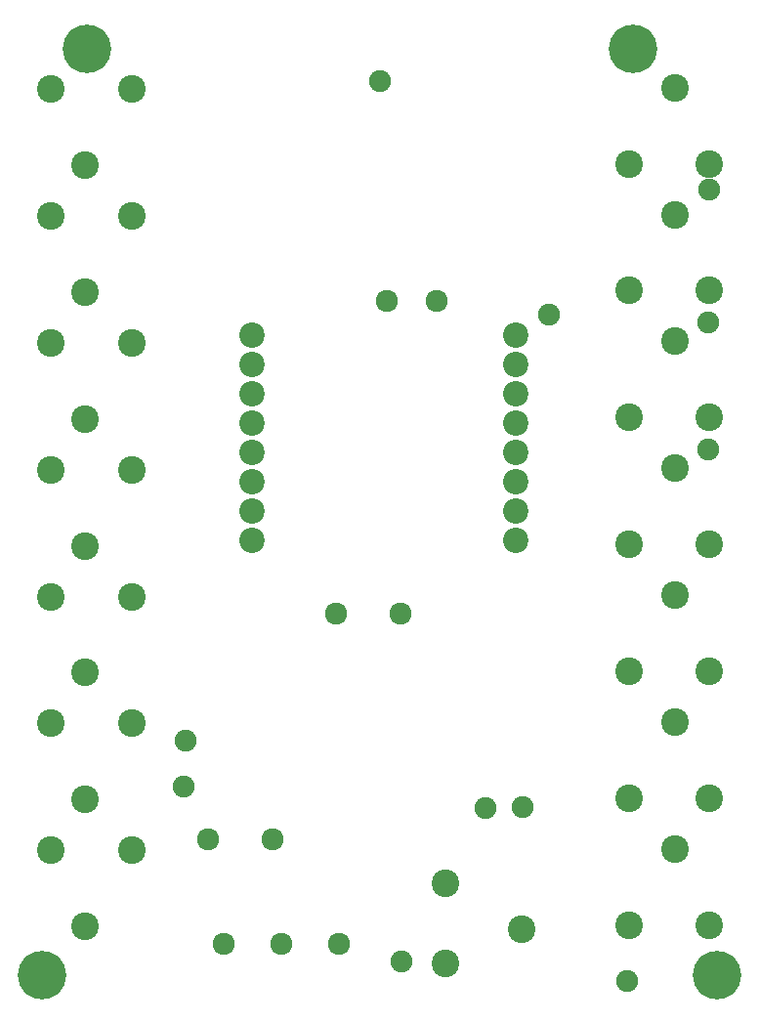
<source format=gbr>
G04 #@! TF.FileFunction,Soldermask,Bot*
%FSLAX46Y46*%
G04 Gerber Fmt 4.6, Leading zero omitted, Abs format (unit mm)*
G04 Created by KiCad (PCBNEW 4.0.7) date Thursday, May 31, 2018 'PMt' 11:14:33 PM*
%MOMM*%
%LPD*%
G01*
G04 APERTURE LIST*
%ADD10C,0.100000*%
%ADD11C,1.924000*%
%ADD12C,1.900000*%
%ADD13C,2.200000*%
%ADD14C,2.400000*%
%ADD15C,4.200000*%
G04 APERTURE END LIST*
D10*
D11*
X66930000Y-101805000D03*
X61340000Y-101805000D03*
X62650000Y-110850000D03*
X67650000Y-110850000D03*
X72650000Y-110850000D03*
D12*
X76200000Y-36068000D03*
D11*
X78020000Y-82230000D03*
X72470000Y-82230000D03*
X81110000Y-55110000D03*
X76790000Y-55110000D03*
D12*
X85344000Y-99060000D03*
D13*
X88030000Y-58140000D03*
X88030000Y-60680000D03*
X88030000Y-63220000D03*
X88030000Y-65760000D03*
X88030000Y-68300000D03*
X88030000Y-70840000D03*
X88030000Y-73380000D03*
X88030000Y-75920000D03*
X65170000Y-75920000D03*
X65170000Y-73380000D03*
X65170000Y-70840000D03*
X65170000Y-68300000D03*
X65170000Y-65760000D03*
X65170000Y-63220000D03*
X65170000Y-60680000D03*
X65170000Y-58140000D03*
D12*
X104800000Y-45500000D03*
X104700000Y-57000000D03*
X104700000Y-68000000D03*
X97700000Y-114100000D03*
X90900000Y-56300000D03*
X88600000Y-99000000D03*
X78100000Y-112400000D03*
X59400000Y-93260000D03*
X59200000Y-97200000D03*
D14*
X101802400Y-36648660D03*
X104802140Y-43248660D03*
X97801900Y-43248660D03*
X101802400Y-47648660D03*
X104802140Y-54248660D03*
X97801900Y-54248660D03*
X101802400Y-58648660D03*
X104802140Y-65248660D03*
X97801900Y-65248660D03*
X101802400Y-69648660D03*
X104802140Y-76248660D03*
X97801900Y-76248660D03*
X101802400Y-80648660D03*
X104802140Y-87248660D03*
X97801900Y-87248660D03*
X101802400Y-91648660D03*
X104802140Y-98248660D03*
X97801900Y-98248660D03*
X101802400Y-102648660D03*
X104802140Y-109248660D03*
X97801900Y-109248660D03*
X88551340Y-109577400D03*
X81951340Y-112577140D03*
X81951340Y-105576900D03*
X50697600Y-43351340D03*
X47697860Y-36751340D03*
X54698100Y-36751340D03*
X50697600Y-54351340D03*
X47697860Y-47751340D03*
X54698100Y-47751340D03*
X50697600Y-65351340D03*
X47697860Y-58751340D03*
X54698100Y-58751340D03*
X50697600Y-76351340D03*
X47697860Y-69751340D03*
X54698100Y-69751340D03*
X50697600Y-87351340D03*
X47697860Y-80751340D03*
X54698100Y-80751340D03*
X50697600Y-98351340D03*
X47697860Y-91751340D03*
X54698100Y-91751340D03*
X50697600Y-109351340D03*
X47697860Y-102751340D03*
X54698100Y-102751340D03*
D15*
X50880000Y-33300000D03*
X98130000Y-33300000D03*
X46970000Y-113580000D03*
X105420000Y-113540000D03*
M02*

</source>
